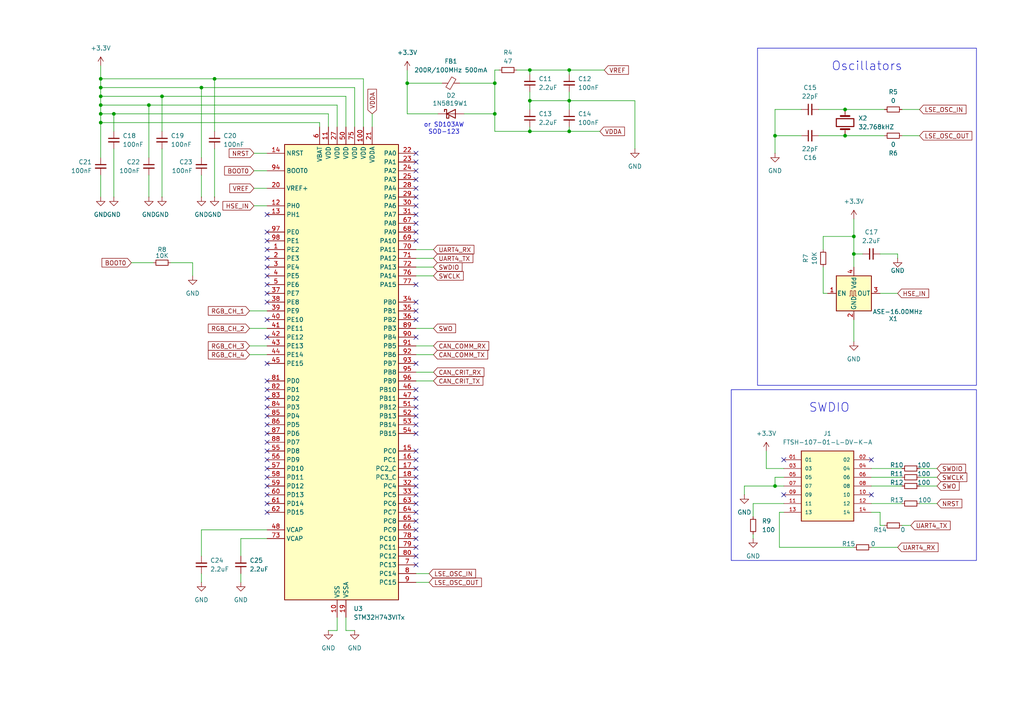
<source format=kicad_sch>
(kicad_sch (version 20231120) (generator "eeschema") (generator_version "8.0")
  (paper "A4")
  (lib_symbols
    (symbol "Device:C_Small" (pin_numbers hide) (pin_names (offset 0.254) hide)
      (property "Reference" "C" (at 0.254 1.778 0))
      (property "Value" "C_Small" (at 0.254 -2.032 0))
      (symbol "C_Small_0_1"
        (polyline (pts (xy -1.524 -0.508) (xy 1.524 -0.508)) (stroke (width 0.3302)))
        (polyline (pts (xy -1.524 0.508) (xy 1.524 0.508)) (stroke (width 0.3048)))
      )
      (symbol "C_Small_1_1"
        (pin passive line (at 0 2.54 270) (length 2.032) (name "~") (number "1"))
        (pin passive line (at 0 -2.54 90) (length 2.032) (name "~") (number "2"))
      )
    )
    (symbol "Device:Crystal" (pin_numbers hide) (pin_names (offset 1.016) hide)
      (property "Reference" "Y" (at 0 3.81 0))
      (property "Value" "Crystal" (at 0 -3.81 0))
      (symbol "Crystal_0_1"
        (rectangle (start -1.143 2.54) (end 1.143 -2.54) (stroke (width 0.3048)))
        (polyline (pts (xy -2.54 0) (xy -1.905 0)))
        (polyline (pts (xy -1.905 -1.27) (xy -1.905 1.27)) (stroke (width 0.508)))
        (polyline (pts (xy 1.905 -1.27) (xy 1.905 1.27)) (stroke (width 0.508)))
        (polyline (pts (xy 2.54 0) (xy 1.905 0)))
      )
      (symbol "Crystal_1_1"
        (pin passive line (at -3.81 0 0) (length 1.27) (name "1") (number "1"))
        (pin passive line (at 3.81 0 180) (length 1.27) (name "2") (number "2"))
      )
    )
    (symbol "Device:FerriteBead_Small" (pin_numbers hide) (pin_names (offset 0))
      (property "Reference" "FB" (at 1.905 1.27 0))
      (property "Value" "FerriteBead_Small" (at 1.905 -1.27 0))
      (symbol "FerriteBead_Small_0_1"
        (polyline (pts (xy 0 -1.27) (xy 0 -0.7874)))
        (polyline (pts (xy 0 0.889) (xy 0 1.2954)))
        (polyline (pts (xy -1.8288 0.2794) (xy -1.1176 1.4986) (xy 1.8288 -0.2032) (xy 1.1176 -1.4224) (xy -1.8288 0.2794)))
      )
      (symbol "FerriteBead_Small_1_1"
        (pin passive line (at 0 2.54 270) (length 1.27) (name "~") (number "1"))
        (pin passive line (at 0 -2.54 90) (length 1.27) (name "~") (number "2"))
      )
    )
    (symbol "Device:R_Small" (pin_numbers hide) (pin_names (offset 0.254) hide)
      (property "Reference" "R" (at 0.762 0.508 0))
      (property "Value" "R_Small" (at 0.762 -1.016 0))
      (symbol "R_Small_0_1"
        (rectangle (start -0.762 1.778) (end 0.762 -1.778) (stroke (width 0.2032)))
      )
      (symbol "R_Small_1_1"
        (pin passive line (at 0 2.54 270) (length 0.762) (name "~") (number "1"))
        (pin passive line (at 0 -2.54 90) (length 0.762) (name "~") (number "2"))
      )
    )
    (symbol "Diode:1N5819WS" (pin_numbers hide) (pin_names (offset 1.016) hide)
      (property "Reference" "D" (at 0 2.54 0))
      (property "Value" "1N5819WS" (at 0 -2.54 0))
      (symbol "1N5819WS_0_1"
        (polyline (pts (xy 1.27 0) (xy -1.27 0)))
        (polyline (pts (xy 1.27 1.27) (xy 1.27 -1.27) (xy -1.27 0) (xy 1.27 1.27)) (stroke (width 0.254)))
        (polyline (pts (xy -1.905 0.635) (xy -1.905 1.27) (xy -1.27 1.27) (xy -1.27 -1.27) (xy -0.635 -1.27) (xy -0.635 -0.635)) (stroke (width 0.254)))
      )
      (symbol "1N5819WS_1_1"
        (pin passive line (at -3.81 0 0) (length 2.54) (name "K") (number "1"))
        (pin passive line (at 3.81 0 180) (length 2.54) (name "A") (number "2"))
      )
    )
    (symbol "FTSH-107-01-L-DV-K-A_1" (pin_names (offset 1.016))
      (property "Reference" "J" (at -7.62 10.16 0))
      (property "Value" "FTSH-107-01-L-DV-K-A" (at -7.62 -12.7 0))
      (symbol "FTSH-107-01-L-DV-K-A_1_0_0"
        (rectangle (start -7.62 -10.16) (end 7.6 10.16) (stroke (width 0.254)) (fill (type background)))
        (pin passive line (at -12.7 7.62 0) (length 5.08) (name "01") (number "01"))
        (pin passive line (at 12.7 7.62 180) (length 5.08) (name "02") (number "02"))
        (pin passive line (at -12.7 5.08 0) (length 5.08) (name "03") (number "03"))
        (pin passive line (at 12.7 5.08 180) (length 5.08) (name "04") (number "04"))
        (pin passive line (at -12.7 2.54 0) (length 5.08) (name "05") (number "05"))
        (pin passive line (at 12.7 2.54 180) (length 5.08) (name "06") (number "06"))
        (pin passive line (at -12.7 0 0) (length 5.08) (name "07") (number "07"))
        (pin passive line (at 12.7 0 180) (length 5.08) (name "08") (number "08"))
        (pin passive line (at -12.7 -2.54 0) (length 5.08) (name "09") (number "09"))
        (pin passive line (at 12.7 -2.54 180) (length 5.08) (name "10") (number "10"))
        (pin passive line (at -12.7 -5.08 0) (length 5.08) (name "11") (number "11"))
        (pin passive line (at 12.7 -5.08 180) (length 5.08) (name "12") (number "12"))
        (pin passive line (at -12.7 -7.62 0) (length 5.08) (name "13") (number "13"))
        (pin passive line (at 12.7 -7.62 180) (length 5.08) (name "14") (number "14"))
      )
    )
    (symbol "MCU_ST_STM32H7:STM32H743VITx"
      (property "Reference" "U" (at -15.24 67.31 0))
      (property "Value" "STM32H743VITx" (at 12.7 67.31 0))
      (symbol "STM32H743VITx_0_1"
        (rectangle (start -15.24 -66.04) (end 17.78 66.04) (stroke (width 0.254)) (fill (type background)))
      )
      (symbol "STM32H743VITx_1_1"
        (pin bidirectional line (at -20.32 35.56 0) (length 5.08) (name "PE2") (number "1"))
        (pin power_in line (at 0 -71.12 90) (length 5.08) (name "VSS") (number "10"))
        (pin power_in line (at 7.62 71.12 270) (length 5.08) (name "VDD") (number "100"))
        (pin power_in line (at -2.54 71.12 270) (length 5.08) (name "VDD") (number "11"))
        (pin bidirectional line (at -20.32 48.26 0) (length 5.08) (name "PH0") (number "12"))
        (pin bidirectional line (at -20.32 45.72 0) (length 5.08) (name "PH1") (number "13"))
        (pin input line (at -20.32 63.5 0) (length 5.08) (name "NRST") (number "14"))
        (pin bidirectional line (at 22.86 -22.86 180) (length 5.08) (name "PC0") (number "15"))
        (pin bidirectional line (at 22.86 -25.4 180) (length 5.08) (name "PC1") (number "16"))
        (pin bidirectional line (at 22.86 -27.94 180) (length 5.08) (name "PC2_C") (number "17"))
        (pin bidirectional line (at 22.86 -30.48 180) (length 5.08) (name "PC3_C") (number "18"))
        (pin power_in line (at 2.54 -71.12 90) (length 5.08) (name "VSSA") (number "19"))
        (pin bidirectional line (at -20.32 33.02 0) (length 5.08) (name "PE3") (number "2"))
        (pin input line (at -20.32 53.34 0) (length 5.08) (name "VREF+") (number "20"))
        (pin power_in line (at 10.16 71.12 270) (length 5.08) (name "VDDA") (number "21"))
        (pin bidirectional line (at 22.86 63.5 180) (length 5.08) (name "PA0") (number "22"))
        (pin bidirectional line (at 22.86 60.96 180) (length 5.08) (name "PA1") (number "23"))
        (pin bidirectional line (at 22.86 58.42 180) (length 5.08) (name "PA2") (number "24"))
        (pin bidirectional line (at 22.86 55.88 180) (length 5.08) (name "PA3") (number "25"))
        (pin passive line (at 0 -71.12 90) (length 5.08) hide (name "VSS") (number "26"))
        (pin power_in line (at 0 71.12 270) (length 5.08) (name "VDD") (number "27"))
        (pin bidirectional line (at 22.86 53.34 180) (length 5.08) (name "PA4") (number "28"))
        (pin bidirectional line (at 22.86 50.8 180) (length 5.08) (name "PA5") (number "29"))
        (pin bidirectional line (at -20.32 30.48 0) (length 5.08) (name "PE4") (number "3"))
        (pin bidirectional line (at 22.86 48.26 180) (length 5.08) (name "PA6") (number "30"))
        (pin bidirectional line (at 22.86 45.72 180) (length 5.08) (name "PA7") (number "31"))
        (pin bidirectional line (at 22.86 -33.02 180) (length 5.08) (name "PC4") (number "32"))
        (pin bidirectional line (at 22.86 -35.56 180) (length 5.08) (name "PC5") (number "33"))
        (pin bidirectional line (at 22.86 20.32 180) (length 5.08) (name "PB0") (number "34"))
        (pin bidirectional line (at 22.86 17.78 180) (length 5.08) (name "PB1") (number "35"))
        (pin bidirectional line (at 22.86 15.24 180) (length 5.08) (name "PB2") (number "36"))
        (pin bidirectional line (at -20.32 22.86 0) (length 5.08) (name "PE7") (number "37"))
        (pin bidirectional line (at -20.32 20.32 0) (length 5.08) (name "PE8") (number "38"))
        (pin bidirectional line (at -20.32 17.78 0) (length 5.08) (name "PE9") (number "39"))
        (pin bidirectional line (at -20.32 27.94 0) (length 5.08) (name "PE5") (number "4"))
        (pin bidirectional line (at -20.32 15.24 0) (length 5.08) (name "PE10") (number "40"))
        (pin bidirectional line (at -20.32 12.7 0) (length 5.08) (name "PE11") (number "41"))
        (pin bidirectional line (at -20.32 10.16 0) (length 5.08) (name "PE12") (number "42"))
        (pin bidirectional line (at -20.32 7.62 0) (length 5.08) (name "PE13") (number "43"))
        (pin bidirectional line (at -20.32 5.08 0) (length 5.08) (name "PE14") (number "44"))
        (pin bidirectional line (at -20.32 2.54 0) (length 5.08) (name "PE15") (number "45"))
        (pin bidirectional line (at 22.86 -5.08 180) (length 5.08) (name "PB10") (number "46"))
        (pin bidirectional line (at 22.86 -7.62 180) (length 5.08) (name "PB11") (number "47"))
        (pin power_out line (at -20.32 -45.72 0) (length 5.08) (name "VCAP") (number "48"))
        (pin passive line (at 0 -71.12 90) (length 5.08) hide (name "VSS") (number "49"))
        (pin bidirectional line (at -20.32 25.4 0) (length 5.08) (name "PE6") (number "5"))
        (pin power_in line (at 2.54 71.12 270) (length 5.08) (name "VDD") (number "50"))
        (pin bidirectional line (at 22.86 -10.16 180) (length 5.08) (name "PB12") (number "51"))
        (pin bidirectional line (at 22.86 -12.7 180) (length 5.08) (name "PB13") (number "52"))
        (pin bidirectional line (at 22.86 -15.24 180) (length 5.08) (name "PB14") (number "53"))
        (pin bidirectional line (at 22.86 -17.78 180) (length 5.08) (name "PB15") (number "54"))
        (pin bidirectional line (at -20.32 -22.86 0) (length 5.08) (name "PD8") (number "55"))
        (pin bidirectional line (at -20.32 -25.4 0) (length 5.08) (name "PD9") (number "56"))
        (pin bidirectional line (at -20.32 -27.94 0) (length 5.08) (name "PD10") (number "57"))
        (pin bidirectional line (at -20.32 -30.48 0) (length 5.08) (name "PD11") (number "58"))
        (pin bidirectional line (at -20.32 -33.02 0) (length 5.08) (name "PD12") (number "59"))
        (pin power_in line (at -5.08 71.12 270) (length 5.08) (name "VBAT") (number "6"))
        (pin bidirectional line (at -20.32 -35.56 0) (length 5.08) (name "PD13") (number "60"))
        (pin bidirectional line (at -20.32 -38.1 0) (length 5.08) (name "PD14") (number "61"))
        (pin bidirectional line (at -20.32 -40.64 0) (length 5.08) (name "PD15") (number "62"))
        (pin bidirectional line (at 22.86 -38.1 180) (length 5.08) (name "PC6") (number "63"))
        (pin bidirectional line (at 22.86 -40.64 180) (length 5.08) (name "PC7") (number "64"))
        (pin bidirectional line (at 22.86 -43.18 180) (length 5.08) (name "PC8") (number "65"))
        (pin bidirectional line (at 22.86 -45.72 180) (length 5.08) (name "PC9") (number "66"))
        (pin bidirectional line (at 22.86 43.18 180) (length 5.08) (name "PA8") (number "67"))
        (pin bidirectional line (at 22.86 40.64 180) (length 5.08) (name "PA9") (number "68"))
        (pin bidirectional line (at 22.86 38.1 180) (length 5.08) (name "PA10") (number "69"))
        (pin bidirectional line (at 22.86 -55.88 180) (length 5.08) (name "PC13") (number "7"))
        (pin bidirectional line (at 22.86 35.56 180) (length 5.08) (name "PA11") (number "70"))
        (pin bidirectional line (at 22.86 33.02 180) (length 5.08) (name "PA12") (number "71"))
        (pin bidirectional line (at 22.86 30.48 180) (length 5.08) (name "PA13") (number "72"))
        (pin power_out line (at -20.32 -48.26 0) (length 5.08) (name "VCAP") (number "73"))
        (pin passive line (at 0 -71.12 90) (length 5.08) hide (name "VSS") (number "74"))
        (pin power_in line (at 5.08 71.12 270) (length 5.08) (name "VDD") (number "75"))
        (pin bidirectional line (at 22.86 27.94 180) (length 5.08) (name "PA14") (number "76"))
        (pin bidirectional line (at 22.86 25.4 180) (length 5.08) (name "PA15") (number "77"))
        (pin bidirectional line (at 22.86 -48.26 180) (length 5.08) (name "PC10") (number "78"))
        (pin bidirectional line (at 22.86 -50.8 180) (length 5.08) (name "PC11") (number "79"))
        (pin bidirectional line (at 22.86 -58.42 180) (length 5.08) (name "PC14") (number "8"))
        (pin bidirectional line (at 22.86 -53.34 180) (length 5.08) (name "PC12") (number "80"))
        (pin bidirectional line (at -20.32 -2.54 0) (length 5.08) (name "PD0") (number "81"))
        (pin bidirectional line (at -20.32 -5.08 0) (length 5.08) (name "PD1") (number "82"))
        (pin bidirectional line (at -20.32 -7.62 0) (length 5.08) (name "PD2") (number "83"))
        (pin bidirectional line (at -20.32 -10.16 0) (length 5.08) (name "PD3") (number "84"))
        (pin bidirectional line (at -20.32 -12.7 0) (length 5.08) (name "PD4") (number "85"))
        (pin bidirectional line (at -20.32 -15.24 0) (length 5.08) (name "PD5") (number "86"))
        (pin bidirectional line (at -20.32 -17.78 0) (length 5.08) (name "PD6") (number "87"))
        (pin bidirectional line (at -20.32 -20.32 0) (length 5.08) (name "PD7") (number "88"))
        (pin bidirectional line (at 22.86 12.7 180) (length 5.08) (name "PB3") (number "89"))
        (pin bidirectional line (at 22.86 -60.96 180) (length 5.08) (name "PC15") (number "9"))
        (pin bidirectional line (at 22.86 10.16 180) (length 5.08) (name "PB4") (number "90"))
        (pin bidirectional line (at 22.86 7.62 180) (length 5.08) (name "PB5") (number "91"))
        (pin bidirectional line (at 22.86 5.08 180) (length 5.08) (name "PB6") (number "92"))
        (pin bidirectional line (at 22.86 2.54 180) (length 5.08) (name "PB7") (number "93"))
        (pin input line (at -20.32 58.42 0) (length 5.08) (name "BOOT0") (number "94"))
        (pin bidirectional line (at 22.86 0 180) (length 5.08) (name "PB8") (number "95"))
        (pin bidirectional line (at 22.86 -2.54 180) (length 5.08) (name "PB9") (number "96"))
        (pin bidirectional line (at -20.32 40.64 0) (length 5.08) (name "PE0") (number "97"))
        (pin bidirectional line (at -20.32 38.1 0) (length 5.08) (name "PE1") (number "98"))
        (pin passive line (at 0 -71.12 90) (length 5.08) hide (name "VSS") (number "99"))
      )
    )
    (symbol "Oscillator:ASE-xxxMHz" (pin_names (offset 0.254))
      (property "Reference" "X" (at -5.08 6.35 0))
      (property "Value" "ASE-xxxMHz" (at 1.27 -6.35 0))
      (symbol "ASE-xxxMHz_0_1"
        (rectangle (start -5.08 5.08) (end 5.08 -5.08) (stroke (width 0.254)) (fill (type background)))
        (polyline (pts (xy -1.27 -0.762) (xy -1.016 -0.762) (xy -1.016 0.762) (xy -0.508 0.762) (xy -0.508 -0.762) (xy 0 -0.762) (xy 0 0.762) (xy 0.508 0.762) (xy 0.508 -0.762) (xy 0.762 -0.762)))
      )
      (symbol "ASE-xxxMHz_1_1"
        (pin input line (at -7.62 0 0) (length 2.54) (name "EN") (number "1"))
        (pin power_in line (at 0 -7.62 90) (length 2.54) (name "GND") (number "2"))
        (pin output line (at 7.62 0 180) (length 2.54) (name "OUT") (number "3"))
        (pin power_in line (at 0 7.62 270) (length 2.54) (name "Vdd") (number "4"))
      )
    )
    (symbol "power:+3.3V" (power) (pin_numbers hide) (pin_names (offset 0) hide)
      (property "Value" "+3.3V" (at 0 3.556 0))
      (symbol "+3.3V_0_1"
        (polyline (pts (xy -0.762 1.27) (xy 0 2.54)))
        (polyline (pts (xy 0 0) (xy 0 2.54)))
        (polyline (pts (xy 0 2.54) (xy 0.762 1.27)))
      )
      (symbol "+3.3V_1_1"
        (pin power_in line (at 0 0 90) (length 0) (name "~") (number "1"))
      )
    )
    (symbol "power:GND" (power) (pin_numbers hide) (pin_names (offset 0) hide)
      (property "Value" "GND" (at 0 -3.81 0))
      (symbol "GND_0_1"
        (polyline (pts (xy 0 0) (xy 0 -1.27) (xy 1.27 -1.27) (xy 0 -2.54) (xy -1.27 -1.27) (xy 0 -1.27)))
      )
      (symbol "GND_1_1"
        (pin power_in line (at 0 0 270) (length 0) (name "~") (number "1"))
      )
    )
  )
  (junction (at 224.79 140.97))
  (junction (at 153.67 29.21))
  (junction (at 247.65 68.58))
  (junction (at 143.51 33.02))
  (junction (at 29.21 25.4))
  (junction (at 43.18 30.48))
  (junction (at 29.21 27.94))
  (junction (at 224.79 39.37))
  (junction (at 143.51 24.13))
  (junction (at 62.23 22.86))
  (junction (at 29.21 22.86))
  (junction (at 247.65 73.66))
  (junction (at 165.1 29.21))
  (junction (at 165.1 20.32))
  (junction (at 29.21 35.56))
  (junction (at 29.21 33.02))
  (junction (at 165.1 38.1))
  (junction (at 33.02 33.02))
  (junction (at 153.67 38.1))
  (junction (at 58.42 25.4))
  (junction (at 245.11 31.75))
  (junction (at 118.11 24.13))
  (junction (at 29.21 30.48))
  (junction (at 245.11 39.37))
  (junction (at 153.67 20.32))
  (junction (at 46.99 27.94))
  (no_connect (at 77.47 146.05))
  (no_connect (at 77.47 130.81))
  (no_connect (at 77.47 110.49))
  (no_connect (at 77.47 138.43))
  (no_connect (at 77.47 69.85))
  (no_connect (at 120.65 148.59))
  (no_connect (at 120.65 97.79))
  (no_connect (at 77.47 82.55))
  (no_connect (at 77.47 118.11))
  (no_connect (at 120.65 44.45))
  (no_connect (at 120.65 57.15))
  (no_connect (at 77.47 115.57))
  (no_connect (at 77.47 135.89))
  (no_connect (at 77.47 97.79))
  (no_connect (at 120.65 113.03))
  (no_connect (at 120.65 123.19))
  (no_connect (at 120.65 90.17))
  (no_connect (at 120.65 82.55))
  (no_connect (at 252.73 133.35))
  (no_connect (at 120.65 140.97))
  (no_connect (at 120.65 135.89))
  (no_connect (at 120.65 92.71))
  (no_connect (at 120.65 153.67))
  (no_connect (at 77.47 133.35))
  (no_connect (at 120.65 120.65))
  (no_connect (at 120.65 151.13))
  (no_connect (at 120.65 130.81))
  (no_connect (at 77.47 125.73))
  (no_connect (at 120.65 49.53))
  (no_connect (at 120.65 52.07))
  (no_connect (at 77.47 143.51))
  (no_connect (at 120.65 133.35))
  (no_connect (at 120.65 161.29))
  (no_connect (at 77.47 105.41))
  (no_connect (at 252.73 143.51))
  (no_connect (at 120.65 118.11))
  (no_connect (at 120.65 67.31))
  (no_connect (at 120.65 115.57))
  (no_connect (at 120.65 46.99))
  (no_connect (at 120.65 64.77))
  (no_connect (at 77.47 67.31))
  (no_connect (at 77.47 128.27))
  (no_connect (at 227.33 133.35))
  (no_connect (at 227.33 143.51))
  (no_connect (at 120.65 138.43))
  (no_connect (at 77.47 140.97))
  (no_connect (at 120.65 146.05))
  (no_connect (at 77.47 87.63))
  (no_connect (at 120.65 156.21))
  (no_connect (at 120.65 69.85))
  (no_connect (at 77.47 74.93))
  (no_connect (at 77.47 148.59))
  (no_connect (at 120.65 125.73))
  (no_connect (at 77.47 77.47))
  (no_connect (at 120.65 87.63))
  (no_connect (at 77.47 92.71))
  (no_connect (at 77.47 62.23))
  (no_connect (at 120.65 158.75))
  (no_connect (at 120.65 163.83))
  (no_connect (at 120.65 105.41))
  (no_connect (at 77.47 80.01))
  (no_connect (at 77.47 120.65))
  (no_connect (at 77.47 113.03))
  (no_connect (at 120.65 54.61))
  (no_connect (at 120.65 59.69))
  (no_connect (at 120.65 143.51))
  (no_connect (at 120.65 62.23))
  (no_connect (at 77.47 85.09))
  (no_connect (at 77.47 123.19))
  (no_connect (at 77.47 72.39))
  (wire (pts (xy 252.73 158.75) (xy 260.35 158.75)))
  (wire (pts (xy 29.21 30.48) (xy 29.21 33.02)))
  (wire (pts (xy 118.11 24.13) (xy 118.11 33.02)))
  (wire (pts (xy 165.1 26.67) (xy 165.1 29.21)))
  (wire (pts (xy 120.65 102.87) (xy 125.73 102.87)))
  (wire (pts (xy 240.03 85.09) (xy 238.76 85.09)))
  (wire (pts (xy 100.33 27.94) (xy 46.99 27.94)))
  (wire (pts (xy 118.11 33.02) (xy 127 33.02)))
  (wire (pts (xy 29.21 33.02) (xy 33.02 33.02)))
  (wire (pts (xy 100.33 36.83) (xy 100.33 27.94)))
  (wire (pts (xy 33.02 33.02) (xy 33.02 38.1)))
  (wire (pts (xy 49.53 76.2) (xy 55.88 76.2)))
  (wire (pts (xy 120.65 100.33) (xy 125.73 100.33)))
  (wire (pts (xy 120.65 107.95) (xy 125.73 107.95)))
  (wire (pts (xy 97.79 36.83) (xy 97.79 30.48)))
  (wire (pts (xy 92.71 35.56) (xy 92.71 36.83)))
  (wire (pts (xy 72.39 100.33) (xy 77.47 100.33)))
  (wire (pts (xy 77.47 153.67) (xy 58.42 153.67)))
  (wire (pts (xy 143.51 20.32) (xy 143.51 24.13)))
  (wire (pts (xy 120.65 95.25) (xy 125.73 95.25)))
  (wire (pts (xy 224.79 31.75) (xy 224.79 39.37)))
  (wire (pts (xy 144.78 20.32) (xy 143.51 20.32)))
  (wire (pts (xy 224.79 39.37) (xy 224.79 44.45)))
  (wire (pts (xy 149.86 20.32) (xy 153.67 20.32)))
  (wire (pts (xy 73.66 54.61) (xy 77.47 54.61)))
  (wire (pts (xy 29.21 35.56) (xy 92.71 35.56)))
  (wire (pts (xy 247.65 68.58) (xy 247.65 63.5)))
  (wire (pts (xy 97.79 182.88) (xy 95.25 182.88)))
  (wire (pts (xy 215.9 140.97) (xy 224.79 140.97)))
  (wire (pts (xy 33.02 43.18) (xy 33.02 57.15)))
  (wire (pts (xy 266.7 146.05) (xy 271.78 146.05)))
  (wire (pts (xy 120.65 168.91) (xy 124.46 168.91)))
  (wire (pts (xy 271.78 140.97) (xy 266.7 140.97)))
  (wire (pts (xy 100.33 179.07) (xy 100.33 182.88)))
  (wire (pts (xy 252.73 138.43) (xy 261.62 138.43)))
  (wire (pts (xy 252.73 148.59) (xy 255.27 148.59)))
  (wire (pts (xy 165.1 20.32) (xy 175.26 20.32)))
  (wire (pts (xy 97.79 179.07) (xy 97.79 182.88)))
  (wire (pts (xy 245.11 39.37) (xy 256.54 39.37)))
  (wire (pts (xy 184.15 43.18) (xy 184.15 29.21)))
  (wire (pts (xy 95.25 36.83) (xy 95.25 33.02)))
  (wire (pts (xy 165.1 38.1) (xy 165.1 36.83)))
  (wire (pts (xy 218.44 156.21) (xy 218.44 154.94)))
  (wire (pts (xy 184.15 29.21) (xy 165.1 29.21)))
  (wire (pts (xy 255.27 148.59) (xy 255.27 152.4)))
  (wire (pts (xy 100.33 182.88) (xy 102.87 182.88)))
  (wire (pts (xy 38.1 76.2) (xy 44.45 76.2)))
  (wire (pts (xy 165.1 29.21) (xy 165.1 31.75)))
  (wire (pts (xy 97.79 30.48) (xy 43.18 30.48)))
  (wire (pts (xy 58.42 25.4) (xy 29.21 25.4)))
  (wire (pts (xy 143.51 33.02) (xy 143.51 24.13)))
  (wire (pts (xy 46.99 27.94) (xy 29.21 27.94)))
  (wire (pts (xy 72.39 95.25) (xy 77.47 95.25)))
  (wire (pts (xy 238.76 68.58) (xy 247.65 68.58)))
  (wire (pts (xy 227.33 140.97) (xy 224.79 140.97)))
  (wire (pts (xy 29.21 27.94) (xy 29.21 30.48)))
  (wire (pts (xy 252.73 140.97) (xy 261.62 140.97)))
  (wire (pts (xy 227.33 148.59) (xy 226.06 148.59)))
  (wire (pts (xy 271.78 135.89) (xy 266.7 135.89)))
  (wire (pts (xy 62.23 22.86) (xy 29.21 22.86)))
  (wire (pts (xy 153.67 38.1) (xy 153.67 36.83)))
  (wire (pts (xy 46.99 43.18) (xy 46.99 57.15)))
  (wire (pts (xy 238.76 85.09) (xy 238.76 77.47)))
  (wire (pts (xy 153.67 20.32) (xy 165.1 20.32)))
  (wire (pts (xy 238.76 72.39) (xy 238.76 68.58)))
  (wire (pts (xy 153.67 26.67) (xy 153.67 29.21)))
  (wire (pts (xy 62.23 22.86) (xy 62.23 38.1)))
  (wire (pts (xy 107.95 33.02) (xy 107.95 36.83)))
  (wire (pts (xy 218.44 146.05) (xy 227.33 146.05)))
  (wire (pts (xy 95.25 33.02) (xy 33.02 33.02)))
  (wire (pts (xy 55.88 76.2) (xy 55.88 80.01)))
  (wire (pts (xy 143.51 38.1) (xy 153.67 38.1)))
  (wire (pts (xy 218.44 146.05) (xy 218.44 149.86)))
  (wire (pts (xy 73.66 44.45) (xy 77.47 44.45)))
  (wire (pts (xy 102.87 25.4) (xy 58.42 25.4)))
  (wire (pts (xy 264.16 152.4) (xy 261.62 152.4)))
  (wire (pts (xy 29.21 22.86) (xy 29.21 25.4)))
  (wire (pts (xy 224.79 39.37) (xy 232.41 39.37)))
  (wire (pts (xy 237.49 39.37) (xy 245.11 39.37)))
  (wire (pts (xy 120.65 80.01) (xy 125.73 80.01)))
  (wire (pts (xy 134.62 33.02) (xy 143.51 33.02)))
  (wire (pts (xy 58.42 25.4) (xy 58.42 45.72)))
  (wire (pts (xy 118.11 20.32) (xy 118.11 24.13)))
  (wire (pts (xy 256.54 152.4) (xy 255.27 152.4)))
  (wire (pts (xy 73.66 49.53) (xy 77.47 49.53)))
  (wire (pts (xy 43.18 30.48) (xy 29.21 30.48)))
  (wire (pts (xy 215.9 140.97) (xy 215.9 143.51)))
  (wire (pts (xy 120.65 74.93) (xy 125.73 74.93)))
  (wire (pts (xy 153.67 38.1) (xy 165.1 38.1)))
  (wire (pts (xy 261.62 39.37) (xy 266.7 39.37)))
  (wire (pts (xy 247.65 68.58) (xy 247.65 73.66)))
  (wire (pts (xy 232.41 31.75) (xy 224.79 31.75)))
  (wire (pts (xy 105.41 36.83) (xy 105.41 22.86)))
  (wire (pts (xy 43.18 30.48) (xy 43.18 45.72)))
  (wire (pts (xy 120.65 77.47) (xy 125.73 77.47)))
  (wire (pts (xy 245.11 31.75) (xy 256.54 31.75)))
  (wire (pts (xy 62.23 43.18) (xy 62.23 57.15)))
  (wire (pts (xy 43.18 50.8) (xy 43.18 57.15)))
  (wire (pts (xy 247.65 77.47) (xy 247.65 73.66)))
  (wire (pts (xy 252.73 135.89) (xy 261.62 135.89)))
  (wire (pts (xy 247.65 92.71) (xy 247.65 99.06)))
  (wire (pts (xy 143.51 33.02) (xy 143.51 38.1)))
  (wire (pts (xy 224.79 138.43) (xy 227.33 138.43)))
  (wire (pts (xy 29.21 35.56) (xy 29.21 45.72)))
  (wire (pts (xy 72.39 90.17) (xy 77.47 90.17)))
  (wire (pts (xy 153.67 29.21) (xy 153.67 31.75)))
  (wire (pts (xy 120.65 166.37) (xy 124.46 166.37)))
  (wire (pts (xy 29.21 25.4) (xy 29.21 27.94)))
  (wire (pts (xy 255.27 73.66) (xy 260.35 73.66)))
  (wire (pts (xy 102.87 36.83) (xy 102.87 25.4)))
  (wire (pts (xy 120.65 72.39) (xy 125.73 72.39)))
  (wire (pts (xy 165.1 20.32) (xy 165.1 21.59)))
  (wire (pts (xy 69.85 161.29) (xy 69.85 156.21)))
  (wire (pts (xy 224.79 140.97) (xy 224.79 138.43)))
  (wire (pts (xy 128.27 24.13) (xy 118.11 24.13)))
  (wire (pts (xy 271.78 138.43) (xy 266.7 138.43)))
  (wire (pts (xy 260.35 73.66) (xy 260.35 74.93)))
  (wire (pts (xy 72.39 102.87) (xy 77.47 102.87)))
  (wire (pts (xy 153.67 29.21) (xy 165.1 29.21)))
  (wire (pts (xy 252.73 146.05) (xy 261.62 146.05)))
  (wire (pts (xy 165.1 38.1) (xy 173.99 38.1)))
  (wire (pts (xy 143.51 24.13) (xy 133.35 24.13)))
  (wire (pts (xy 237.49 31.75) (xy 245.11 31.75)))
  (wire (pts (xy 222.25 135.89) (xy 227.33 135.89)))
  (wire (pts (xy 255.27 85.09) (xy 260.35 85.09)))
  (wire (pts (xy 69.85 166.37) (xy 69.85 168.91)))
  (wire (pts (xy 58.42 168.91) (xy 58.42 166.37)))
  (wire (pts (xy 29.21 50.8) (xy 29.21 57.15)))
  (wire (pts (xy 222.25 130.81) (xy 222.25 135.89)))
  (wire (pts (xy 29.21 33.02) (xy 29.21 35.56)))
  (wire (pts (xy 58.42 50.8) (xy 58.42 57.15)))
  (wire (pts (xy 46.99 27.94) (xy 46.99 38.1)))
  (wire (pts (xy 73.66 59.69) (xy 77.47 59.69)))
  (wire (pts (xy 226.06 148.59) (xy 226.06 158.75)))
  (wire (pts (xy 58.42 153.67) (xy 58.42 161.29)))
  (wire (pts (xy 29.21 19.05) (xy 29.21 22.86)))
  (wire (pts (xy 226.06 158.75) (xy 247.65 158.75)))
  (wire (pts (xy 105.41 22.86) (xy 62.23 22.86)))
  (wire (pts (xy 120.65 110.49) (xy 125.73 110.49)))
  (wire (pts (xy 69.85 156.21) (xy 77.47 156.21)))
  (wire (pts (xy 261.62 31.75) (xy 266.7 31.75)))
  (wire (pts (xy 153.67 20.32) (xy 153.67 21.59)))
  (wire (pts (xy 247.65 73.66) (xy 250.19 73.66)))
  (rectangle (start 212.09 113.03) (end 283.21 162.56))
  (rectangle (start 219.71 13.97) (end 283.21 111.76))
  (text "SWDIO" (at 240.538 118.364 0) (effects (font (size 2.54 2.54))))
  (text "or SD103AW\nSOD-123" (at 128.778 37.338 0) (effects (font (size 1.27 1.27))))
  (text "Oscillators\n" (at 251.46 19.304 0) (effects (font (size 2.54 2.54))))
  (global_label "CAN_CRIT_TX" (shape input) (at 125.73 110.49 0) (property "Intersheetrefs" "${INTERSHEET_REFS}" (effects (hide yes))))
  (global_label "RGB_CH_4" (shape input) (at 72.39 102.87 180) (property "Intersheetrefs" "${INTERSHEET_REFS}" (effects (hide yes))))
  (global_label "SWDIO" (shape input) (at 271.78 135.89 0) (property "Intersheetrefs" "${INTERSHEET_REFS}" (effects (hide yes))))
  (global_label "RGB_CH_2" (shape input) (at 72.39 95.25 180) (property "Intersheetrefs" "${INTERSHEET_REFS}" (effects (hide yes))))
  (global_label "SWO" (shape input) (at 125.73 95.25 0) (property "Intersheetrefs" "${INTERSHEET_REFS}" (effects (hide yes))))
  (global_label "CAN_COMM_RX" (shape input) (at 125.73 100.33 0) (property "Intersheetrefs" "${INTERSHEET_REFS}" (effects (hide yes))))
  (global_label "SWO" (shape input) (at 271.78 140.97 0) (property "Intersheetrefs" "${INTERSHEET_REFS}" (effects (hide yes))))
  (global_label "RGB_CH_3" (shape input) (at 72.39 100.33 180) (property "Intersheetrefs" "${INTERSHEET_REFS}" (effects (hide yes))))
  (global_label "VREF" (shape input) (at 73.66 54.61 180) (property "Intersheetrefs" "${INTERSHEET_REFS}" (effects (hide yes))))
  (global_label "UART4_RX" (shape input) (at 260.35 158.75 0) (property "Intersheetrefs" "${INTERSHEET_REFS}" (effects (hide yes))))
  (global_label "HSE_IN" (shape input) (at 260.35 85.09 0) (property "Intersheetrefs" "${INTERSHEET_REFS}" (effects (hide yes))))
  (global_label "RGB_CH_1" (shape input) (at 72.39 90.17 180) (property "Intersheetrefs" "${INTERSHEET_REFS}" (effects (hide yes))))
  (global_label "VREF" (shape input) (at 175.26 20.32 0) (property "Intersheetrefs" "${INTERSHEET_REFS}" (effects (hide yes))))
  (global_label "NRST" (shape input) (at 271.78 146.05 0) (property "Intersheetrefs" "${INTERSHEET_REFS}" (effects (hide yes))))
  (global_label "VDDA" (shape input) (at 107.95 33.02 90) (property "Intersheetrefs" "${INTERSHEET_REFS}" (effects (hide yes))))
  (global_label "SWDIO" (shape input) (at 125.73 77.47 0) (property "Intersheetrefs" "${INTERSHEET_REFS}" (effects (hide yes))))
  (global_label "BOOT0" (shape input) (at 73.66 49.53 180) (property "Intersheetrefs" "${INTERSHEET_REFS}" (effects (hide yes))))
  (global_label "SWCLK" (shape input) (at 271.78 138.43 0) (property "Intersheetrefs" "${INTERSHEET_REFS}" (effects (hide yes))))
  (global_label "BOOT0" (shape input) (at 38.1 76.2 180) (property "Intersheetrefs" "${INTERSHEET_REFS}" (effects (hide yes))))
  (global_label "UART4_TX" (shape input) (at 264.16 152.4 0) (property "Intersheetrefs" "${INTERSHEET_REFS}" (effects (hide yes))))
  (global_label "LSE_OSC_IN" (shape input) (at 124.46 166.37 0) (property "Intersheetrefs" "${INTERSHEET_REFS}" (effects (hide yes))))
  (global_label "LSE_OSC_IN" (shape input) (at 266.7 31.75 0) (property "Intersheetrefs" "${INTERSHEET_REFS}" (effects (hide yes))))
  (global_label "HSE_IN" (shape input) (at 73.66 59.69 180) (property "Intersheetrefs" "${INTERSHEET_REFS}" (effects (hide yes))))
  (global_label "VDDA" (shape input) (at 173.99 38.1 0) (property "Intersheetrefs" "${INTERSHEET_REFS}" (effects (hide yes))))
  (global_label "CAN_CRIT_RX" (shape input) (at 125.73 107.95 0) (property "Intersheetrefs" "${INTERSHEET_REFS}" (effects (hide yes))))
  (global_label "NRST" (shape input) (at 73.66 44.45 180) (property "Intersheetrefs" "${INTERSHEET_REFS}" (effects (hide yes))))
  (global_label "UART4_TX" (shape input) (at 125.73 74.93 0) (property "Intersheetrefs" "${INTERSHEET_REFS}" (effects (hide yes))))
  (global_label "CAN_COMM_TX" (shape input) (at 125.73 102.87 0) (property "Intersheetrefs" "${INTERSHEET_REFS}" (effects (hide yes))))
  (global_label "LSE_OSC_OUT" (shape input) (at 266.7 39.37 0) (property "Intersheetrefs" "${INTERSHEET_REFS}" (effects (hide yes))))
  (global_label "SWCLK" (shape input) (at 125.73 80.01 0) (property "Intersheetrefs" "${INTERSHEET_REFS}" (effects (hide yes))))
  (global_label "LSE_OSC_OUT" (shape input) (at 124.46 168.91 0) (property "Intersheetrefs" "${INTERSHEET_REFS}" (effects (hide yes))))
  (global_label "UART4_RX" (shape input) (at 125.73 72.39 0) (property "Intersheetrefs" "${INTERSHEET_REFS}" (effects (hide yes))))
  (symbol (lib_id "power:GND") (at 218.44 156.21 0) (unit 1)
    (property "Reference" "#PWR061" (effects (hide yes)))
    (property "Value" "GND" (at 218.44 161.29 0))
    (property "Description" "Power symbol creates a global label with name \"GND\" , ground" (effects (hide yes)))
  )
  (symbol (lib_name "FTSH-107-01-L-DV-K-A_1") (lib_id "FTSH-107-01-L-DV-K-A:FTSH-107-01-L-DV-K-A") (at 240.03 140.97 0) (unit 1)
    (property "Reference" "J1" (at 240.02 125.73 0))
    (property "Value" "FTSH-107-01-L-DV-K-A" (at 240.02 128.27 0))
    (property "Footprint" "FTSH:SAMTEC_FTSH-107-01-L-DV-K-A" (effects (hide yes)))
    (property "PARTREV" "H" (effects (hide yes)))
    (property "STANDARD" "Manufacturer Recommendation" (effects (hide yes)))
    (property "MAXIMUM_PACKAGE_HEIGHT" "6.23mm" (effects (hide yes)))
    (property "LCSC" "  C5563894" (effects (hide yes)))
    (property "Manufacturer" " FTSH-107-01-L-DV-K-A " (effects (hide yes)))
  )
  (symbol (lib_id "Diode:1N5819WS") (at 130.81 33.02 0) (unit 1)
    (property "Reference" "D2" (at 130.81 27.686 0))
    (property "Value" "1N5819W1" (at 130.556 29.972 0))
    (property "Footprint" "Diode_SMD:D_SOD-123" (effects (hide yes)))
    (property "Datasheet" "https://datasheet.lcsc.com/lcsc/2204281430_Guangdong-Hottech-1N5819WS_C191023.pdf" (effects (hide yes)))
    (property "Description" "40V 600mV@1A 1A SOD-323 Schottky Barrier Diodes, SOD-323" (effects (hide yes)))
    (property "LCSC" "C963381" (effects (hide yes)))
    (property "MPN" "1N5819W" (effects (hide yes)))
    (property "Manufacturer" "1N5819W" (effects (hide yes)))
  )
  (symbol (lib_id "power:+3.3V") (at 118.11 20.32 0) (mirror y) (unit 1)
    (property "Reference" "#PWR027" (effects (hide yes)))
    (property "Value" "+3.3V" (at 118.11 15.24 0))
    (property "Description" "Power symbol creates a global label with name \"+3.3V\"" (effects (hide yes)))
  )
  (symbol (lib_id "power:GND") (at 58.42 168.91 0) (unit 1)
    (property "Reference" "#PWR016" (effects (hide yes)))
    (property "Value" "GND" (at 58.42 173.99 0))
    (property "Description" "Power symbol creates a global label with name \"GND\" , ground" (effects (hide yes)))
  )
  (symbol (lib_id "power:GND") (at 102.87 182.88 0) (unit 1)
    (property "Reference" "#PWR018" (effects (hide yes)))
    (property "Value" "GND" (at 102.87 187.96 0))
    (property "Description" "Power symbol creates a global label with name \"GND\" , ground" (effects (hide yes)))
  )
  (symbol (lib_id "Device:C_Small") (at 58.42 163.83 180) (unit 1)
    (property "Reference" "C24" (at 60.96 162.5535 0) (effects (justify right)))
    (property "Value" "2.2uF" (at 60.96 165.0935 0) (effects (justify right)))
    (property "Footprint" "Capacitor_SMD:C_0603_1608Metric" (effects (hide yes)))
    (property "Description" "Unpolarized capacitor, small symbol" (effects (hide yes)))
    (property "LCSC" "C914769" (effects (hide yes)))
    (property "Manufacturer" "CC0603KRX7R7BB225" (effects (hide yes)))
  )
  (symbol (lib_id "Device:C_Small") (at 46.99 40.64 0) (unit 1)
    (property "Reference" "C19" (at 49.53 39.3762 0) (effects (justify left)))
    (property "Value" "100nF" (at 49.53 41.9162 0) (effects (justify left)))
    (property "Footprint" "Capacitor_SMD:C_0603_1608Metric" (effects (hide yes)))
    (property "Description" "Unpolarized capacitor, small symbol" (effects (hide yes)))
    (property "LCSC" "C91183" (effects (hide yes)))
    (property "Manufacturer" "CC0603JRX7R9BB104" (effects (hide yes)))
  )
  (symbol (lib_id "power:GND") (at 260.35 74.93 0) (unit 1)
    (property "Reference" "#PWR032" (effects (hide yes)))
    (property "Value" "GND" (at 260.35 78.486 0))
    (property "Description" "Power symbol creates a global label with name \"GND\" , ground" (effects (hide yes)))
  )
  (symbol (lib_id "power:+3.3V") (at 29.21 19.05 0) (unit 1)
    (property "Reference" "#PWR019" (effects (hide yes)))
    (property "Value" "+3.3V" (at 29.21 13.97 0))
    (property "Description" "Power symbol creates a global label with name \"+3.3V\"" (effects (hide yes)))
  )
  (symbol (lib_id "Oscillator:ASE-xxxMHz") (at 247.65 85.09 0) (unit 1)
    (property "Reference" "X1" (at 259.08 92.456 0))
    (property "Value" "ASE-16.00MHz" (at 260.35 90.424 0))
    (property "Footprint" "Oscillator:Oscillator_SMD_Abracon_ASE-4Pin_3.2x2.5mm" (effects (hide yes)))
    (property "Datasheet" "http://www.abracon.com/Oscillators/ASV.pdf" (effects (hide yes)))
    (property "Description" "3.3V CMOS SMD Crystal Clock Oscillator, Abracon" (effects (hide yes)))
    (property "LCSC" "C1852578" (effects (hide yes)))
    (property "Manufacturer" "ASEAIG-16.000MHZ-X-K-S-T" (effects (hide yes)))
  )
  (symbol (lib_id "Device:R_Small") (at 259.08 39.37 90) (mirror x) (unit 1)
    (property "Reference" "R6" (at 259.08 44.45 90))
    (property "Value" "0" (at 259.08 41.91 90))
    (property "Footprint" "Resistor_SMD:R_0603_1608Metric" (effects (hide yes)))
    (property "Description" "Resistor, small symbol" (effects (hide yes)))
    (property "LCSC" "C95177" (effects (hide yes)))
    (property "Manufacturer" "RC0603JR-070RL" (effects (hide yes)))
    (property "Comment" "to be selected later" (effects (hide yes)))
  )
  (symbol (lib_id "power:GND") (at 62.23 57.15 0) (unit 1)
    (property "Reference" "#PWR026" (effects (hide yes)))
    (property "Value" "GND" (at 62.23 62.23 0))
    (property "Description" "Power symbol creates a global label with name \"GND\" , ground" (effects (hide yes)))
  )
  (symbol (lib_id "power:GND") (at 55.88 80.01 0) (unit 1)
    (property "Reference" "#PWR065" (effects (hide yes)))
    (property "Value" "GND" (at 55.88 85.09 0))
    (property "Description" "Power symbol creates a global label with name \"GND\" , ground" (effects (hide yes)))
  )
  (symbol (lib_id "Device:R_Small") (at 264.16 140.97 90) (mirror x) (unit 1)
    (property "Reference" "R12" (at 260.096 139.954 90))
    (property "Value" "100" (at 267.97 139.954 90))
    (property "Footprint" "Resistor_SMD:R_0603_1608Metric" (effects (hide yes)))
    (property "Description" "Resistor, small symbol" (effects (hide yes)))
    (property "Manufacturer" "RT0603BRD07100RL" (effects (hide yes)))
    (property "LCSC" "C122970" (effects (hide yes)))
  )
  (symbol (lib_id "Device:C_Small") (at 33.02 40.64 0) (unit 1)
    (property "Reference" "C18" (at 35.56 39.3762 0) (effects (justify left)))
    (property "Value" "100nF" (at 35.56 41.9162 0) (effects (justify left)))
    (property "Footprint" "Capacitor_SMD:C_0603_1608Metric" (effects (hide yes)))
    (property "Description" "Unpolarized capacitor, small symbol" (effects (hide yes)))
    (property "LCSC" "C91183" (effects (hide yes)))
    (property "Manufacturer" "CC0603JRX7R9BB104" (effects (hide yes)))
  )
  (symbol (lib_id "Device:C_Small") (at 234.95 39.37 90) (mirror x) (unit 1)
    (property "Reference" "C16" (at 234.9563 45.72 90))
    (property "Value" "22pF" (at 234.9563 43.18 90))
    (property "Footprint" "Capacitor_SMD:C_0603_1608Metric" (effects (hide yes)))
    (property "Description" "Unpolarized capacitor, small symbol" (effects (hide yes)))
    (property "LCSC" "C326840" (effects (hide yes)))
    (property "Manufacturer" "CC0603FRNPO9BN220" (effects (hide yes)))
  )
  (symbol (lib_id "Device:C_Small") (at 153.67 24.13 180) (unit 1)
    (property "Reference" "C11" (at 156.21 22.8535 0) (effects (justify right)))
    (property "Value" "2.2uF" (at 156.21 25.3935 0) (effects (justify right)))
    (property "Footprint" "Capacitor_SMD:C_0603_1608Metric" (effects (hide yes)))
    (property "Description" "Unpolarized capacitor, small symbol" (effects (hide yes)))
    (property "LCSC" "C914769" (effects (hide yes)))
    (property "Manufacturer" "CC0603KRX7R7BB225" (effects (hide yes)))
  )
  (symbol (lib_id "Device:C_Small") (at 153.67 34.29 180) (unit 1)
    (property "Reference" "C13" (at 156.21 33.0135 0) (effects (justify right)))
    (property "Value" "2.2uF" (at 156.21 35.5535 0) (effects (justify right)))
    (property "Footprint" "Capacitor_SMD:C_0603_1608Metric" (effects (hide yes)))
    (property "Description" "Unpolarized capacitor, small symbol" (effects (hide yes)))
    (property "LCSC" "C914769" (effects (hide yes)))
    (property "Manufacturer" "CC0603KRX7R7BB225" (effects (hide yes)))
  )
  (symbol (lib_id "power:GND") (at 184.15 43.18 0) (unit 1)
    (property "Reference" "#PWR028" (effects (hide yes)))
    (property "Value" "GND" (at 184.15 48.26 0))
    (property "Description" "Power symbol creates a global label with name \"GND\" , ground" (effects (hide yes)))
  )
  (symbol (lib_id "power:GND") (at 46.99 57.15 0) (unit 1)
    (property "Reference" "#PWR024" (effects (hide yes)))
    (property "Value" "GND" (at 46.99 62.23 0))
    (property "Description" "Power symbol creates a global label with name \"GND\" , ground" (effects (hide yes)))
  )
  (symbol (lib_id "Device:FerriteBead_Small") (at 130.81 24.13 90) (unit 1)
    (property "Reference" "FB1" (at 130.7719 17.78 90))
    (property "Value" "200R/100MHz 500mA" (at 130.7719 20.32 90))
    (property "Footprint" "Inductor_SMD:L_0805_2012Metric" (effects (hide yes)))
    (property "Description" "Ferrite bead, small symbol" (effects (hide yes)))
    (property "LCSC" "C7541655" (effects (hide yes)))
    (property "Model" "YI201209U201-4R0T" (effects (hide yes)))
    (property "MPN" "YI201209U201-4R0T" (effects (hide yes)))
    (property "Manufacturer" "YI201209U201-4R0T" (effects (hide yes)))
  )
  (symbol (lib_id "Device:Crystal") (at 245.11 35.56 90) (unit 1)
    (property "Reference" "X2" (at 248.92 34.2899 90) (effects (justify right)))
    (property "Value" "32.768kHZ" (at 248.92 36.8299 90) (effects (justify right)))
    (property "Footprint" "Crystal:Crystal_SMD_3215-2Pin_3.2x1.5mm" (effects (hide yes)))
    (property "Description" "Two pin crystal" (effects (hide yes)))
    (property "LCSC" "C1985604" (effects (hide yes)))
    (property "Manufacturer" "ABS07AIG-32.768KHZ-T" (effects (hide yes)))
    (property "Comment" "Максимално къси пътечки" (effects (hide yes)))
  )
  (symbol (lib_id "Device:R_Small") (at 147.32 20.32 90) (unit 1)
    (property "Reference" "R4" (at 147.32 15.24 90))
    (property "Value" "47" (at 147.32 17.78 90))
    (property "Footprint" "Resistor_SMD:R_0603_1608Metric" (effects (hide yes)))
    (property "Description" "Resistor, small symbol" (effects (hide yes)))
    (property "LCSC" "C326724" (effects (hide yes)))
    (property "Manufacturer" "RT0603BRD0747RL" (effects (hide yes)))
  )
  (symbol (lib_id "Device:C_Small") (at 165.1 24.13 0) (unit 1)
    (property "Reference" "C12" (at 167.64 22.8662 0) (effects (justify left)))
    (property "Value" "100nF" (at 167.64 25.4062 0) (effects (justify left)))
    (property "Footprint" "Capacitor_SMD:C_0603_1608Metric" (effects (hide yes)))
    (property "Description" "Unpolarized capacitor, small symbol" (effects (hide yes)))
    (property "LCSC" "C91183" (effects (hide yes)))
    (property "Manufacturer" "CC0603JRX7R9BB104" (effects (hide yes)))
  )
  (symbol (lib_id "power:GND") (at 29.21 57.15 0) (unit 1)
    (property "Reference" "#PWR021" (effects (hide yes)))
    (property "Value" "GND" (at 29.21 62.23 0))
    (property "Description" "Power symbol creates a global label with name \"GND\" , ground" (effects (hide yes)))
  )
  (symbol (lib_id "power:GND") (at 224.79 44.45 0) (unit 1)
    (property "Reference" "#PWR029" (effects (hide yes)))
    (property "Value" "GND" (at 224.79 49.53 0))
    (property "Description" "Power symbol creates a global label with name \"GND\" , ground" (effects (hide yes)))
  )
  (symbol (lib_id "Device:R_Small") (at 218.44 152.4 0) (unit 1)
    (property "Reference" "R9" (at 220.98 151.1299 0) (effects (justify left)))
    (property "Value" "100" (at 220.98 153.6699 0) (effects (justify left)))
    (property "Footprint" "Resistor_SMD:R_0603_1608Metric" (effects (hide yes)))
    (property "Description" "Resistor, small symbol" (effects (hide yes)))
    (property "Manufacturer" "RT0603BRD07100RL" (effects (hide yes)))
    (property "LCSC" "C122970" (effects (hide yes)))
  )
  (symbol (lib_id "Device:R_Small") (at 259.08 31.75 90) (unit 1)
    (property "Reference" "R5" (at 259.08 26.67 90))
    (property "Value" "0" (at 259.08 29.21 90))
    (property "Footprint" "Resistor_SMD:R_0603_1608Metric" (effects (hide yes)))
    (property "Description" "Resistor, small symbol" (effects (hide yes)))
    (property "LCSC" "C95177" (effects (hide yes)))
    (property "Manufacturer" "RC0603JR-070RL" (effects (hide yes)))
    (property "Comment" "to be selected later" (effects (hide yes)))
  )
  (symbol (lib_id "power:GND") (at 69.85 168.91 0) (unit 1)
    (property "Reference" "#PWR020" (effects (hide yes)))
    (property "Value" "GND" (at 69.85 173.99 0))
    (property "Description" "Power symbol creates a global label with name \"GND\" , ground" (effects (hide yes)))
  )
  (symbol (lib_id "Device:C_Small") (at 69.85 163.83 180) (unit 1)
    (property "Reference" "C25" (at 72.39 162.5535 0) (effects (justify right)))
    (property "Value" "2.2uF" (at 72.39 165.0935 0) (effects (justify right)))
    (property "Footprint" "Capacitor_SMD:C_0603_1608Metric" (effects (hide yes)))
    (property "Description" "Unpolarized capacitor, small symbol" (effects (hide yes)))
    (property "LCSC" "C914769" (effects (hide yes)))
    (property "Manufacturer" "CC0603KRX7R7BB225" (effects (hide yes)))
  )
  (symbol (lib_id "Device:R_Small") (at 238.76 74.93 180) (unit 1)
    (property "Reference" "R7" (at 233.68 74.93 90))
    (property "Value" "10K" (at 236.22 74.93 90))
    (property "Footprint" "Resistor_SMD:R_0805_2012Metric" (effects (hide yes)))
    (property "Description" "Resistor, small symbol" (effects (hide yes)))
    (property "LCSC" "C84376" (effects (hide yes)))
    (property "Manufacturer" "RC0805FR-0710KL" (effects (hide yes)))
  )
  (symbol (lib_id "power:+3.3V") (at 222.25 130.81 0) (mirror y) (unit 1)
    (property "Reference" "#PWR062" (effects (hide yes)))
    (property "Value" "+3.3V" (at 222.25 125.73 0))
    (property "Description" "Power symbol creates a global label with name \"+3.3V\"" (effects (hide yes)))
  )
  (symbol (lib_id "Device:C_Small") (at 252.73 73.66 270) (unit 1)
    (property "Reference" "C17" (at 252.7236 67.31 90))
    (property "Value" "2.2uF" (at 252.7236 69.85 90))
    (property "Footprint" "Capacitor_SMD:C_0603_1608Metric" (effects (hide yes)))
    (property "Description" "Unpolarized capacitor, small symbol" (effects (hide yes)))
    (property "LCSC" "C914769" (effects (hide yes)))
    (property "Manufacturer" "CC0603KRX7R7BB225" (effects (hide yes)))
  )
  (symbol (lib_id "Device:C_Small") (at 58.42 48.26 180) (unit 1)
    (property "Reference" "C23" (at 55.88 46.99 0) (effects (justify left)))
    (property "Value" "100nF" (at 55.88 49.53 0) (effects (justify left)))
    (property "Footprint" "Capacitor_SMD:C_0603_1608Metric" (effects (hide yes)))
    (property "Description" "Unpolarized capacitor, small symbol" (effects (hide yes)))
    (property "LCSC" "C91183" (effects (hide yes)))
    (property "Manufacturer" "CC0603JRX7R9BB104" (effects (hide yes)))
  )
  (symbol (lib_id "Device:C_Small") (at 62.23 40.64 0) (unit 1)
    (property "Reference" "C20" (at 64.77 39.3762 0) (effects (justify left)))
    (property "Value" "100nF" (at 64.77 41.9162 0) (effects (justify left)))
    (property "Footprint" "Capacitor_SMD:C_0603_1608Metric" (effects (hide yes)))
    (property "Description" "Unpolarized capacitor, small symbol" (effects (hide yes)))
    (property "LCSC" "C91183" (effects (hide yes)))
    (property "Manufacturer" "CC0603JRX7R9BB104" (effects (hide yes)))
  )
  (symbol (lib_id "power:GND") (at 33.02 57.15 0) (unit 1)
    (property "Reference" "#PWR022" (effects (hide yes)))
    (property "Value" "GND" (at 33.02 62.23 0))
    (property "Description" "Power symbol creates a global label with name \"GND\" , ground" (effects (hide yes)))
  )
  (symbol (lib_id "Device:R_Small") (at 264.16 146.05 90) (mirror x) (unit 1)
    (property "Reference" "R13" (at 260.096 145.034 90))
    (property "Value" "100" (at 268.224 145.034 90))
    (property "Footprint" "Resistor_SMD:R_0603_1608Metric" (effects (hide yes)))
    (property "Description" "Resistor, small symbol" (effects (hide yes)))
    (property "Manufacturer" "RT0603BRD07100RL" (effects (hide yes)))
    (property "LCSC" "C122970" (effects (hide yes)))
  )
  (symbol (lib_id "Device:R_Small") (at 259.08 152.4 90) (unit 1)
    (property "Reference" "R14" (at 255.27 153.67 90))
    (property "Value" "0" (at 261.874 153.67 90))
    (property "Footprint" "Resistor_SMD:R_0603_1608Metric" (effects (hide yes)))
    (property "Description" "Resistor, small symbol" (effects (hide yes)))
    (property "LCSC" "C95177" (effects (hide yes)))
    (property "Manufacturer" "RC0603JR-070RL" (effects (hide yes)))
    (property "Comment" "to be selected later" (effects (hide yes)))
  )
  (symbol (lib_id "power:+3.3V") (at 247.65 63.5 0) (mirror y) (unit 1)
    (property "Reference" "#PWR030" (effects (hide yes)))
    (property "Value" "+3.3V" (at 247.65 58.42 0))
    (property "Description" "Power symbol creates a global label with name \"+3.3V\"" (effects (hide yes)))
  )
  (symbol (lib_id "power:GND") (at 95.25 182.88 0) (unit 1)
    (property "Reference" "#PWR017" (effects (hide yes)))
    (property "Value" "GND" (at 95.25 187.96 0))
    (property "Description" "Power symbol creates a global label with name \"GND\" , ground" (effects (hide yes)))
  )
  (symbol (lib_id "Device:C_Small") (at 43.18 48.26 0) (mirror y) (unit 1)
    (property "Reference" "C22" (at 40.64 46.9962 0) (effects (justify left)))
    (property "Value" "100nF" (at 40.64 49.5362 0) (effects (justify left)))
    (property "Footprint" "Capacitor_SMD:C_0603_1608Metric" (effects (hide yes)))
    (property "Description" "Unpolarized capacitor, small symbol" (effects (hide yes)))
    (property "LCSC" "C91183" (effects (hide yes)))
    (property "Manufacturer" "CC0603JRX7R9BB104" (effects (hide yes)))
  )
  (symbol (lib_id "Device:C_Small") (at 165.1 34.29 0) (unit 1)
    (property "Reference" "C14" (at 167.64 33.0262 0) (effects (justify left)))
    (property "Value" "100nF" (at 167.64 35.5662 0) (effects (justify left)))
    (property "Footprint" "Capacitor_SMD:C_0603_1608Metric" (effects (hide yes)))
    (property "Description" "Unpolarized capacitor, small symbol" (effects (hide yes)))
    (property "LCSC" "C91183" (effects (hide yes)))
    (property "Manufacturer" "CC0603JRX7R9BB104" (effects (hide yes)))
  )
  (symbol (lib_id "power:GND") (at 247.65 99.06 0) (unit 1)
    (property "Reference" "#PWR031" (effects (hide yes)))
    (property "Value" "GND" (at 247.65 104.14 0))
    (property "Description" "Power symbol creates a global label with name \"GND\" , ground" (effects (hide yes)))
  )
  (symbol (lib_id "Device:R_Small") (at 264.16 138.43 90) (mirror x) (unit 1)
    (property "Reference" "R11" (at 260.096 137.414 90))
    (property "Value" "100" (at 267.97 137.414 90))
    (property "Footprint" "Resistor_SMD:R_0603_1608Metric" (effects (hide yes)))
    (property "Description" "Resistor, small symbol" (effects (hide yes)))
    (property "Manufacturer" "RT0603BRD07100RL" (effects (hide yes)))
    (property "LCSC" "C122970" (effects (hide yes)))
  )
  (symbol (lib_id "Device:R_Small") (at 250.19 158.75 90) (unit 1)
    (property "Reference" "R15" (at 246.126 157.734 90))
    (property "Value" "0" (at 253.238 157.734 90))
    (property "Footprint" "Resistor_SMD:R_0603_1608Metric" (effects (hide yes)))
    (property "Description" "Resistor, small symbol" (effects (hide yes)))
    (property "LCSC" "C95177" (effects (hide yes)))
    (property "Manufacturer" "RC0603JR-070RL" (effects (hide yes)))
    (property "Comment" "to be selected later" (effects (hide yes)))
  )
  (symbol (lib_id "power:GND") (at 215.9 143.51 0) (unit 1)
    (property "Reference" "#PWR060" (effects (hide yes)))
    (property "Value" "GND" (at 215.9 148.59 0))
    (property "Description" "Power symbol creates a global label with name \"GND\" , ground" (effects (hide yes)))
  )
  (symbol (lib_id "Device:R_Small") (at 46.99 76.2 270) (unit 1)
    (property "Reference" "R8" (at 46.99 72.39 90))
    (property "Value" "10K" (at 46.99 74.168 90))
    (property "Footprint" "Resistor_SMD:R_0805_2012Metric" (effects (hide yes)))
    (property "Description" "Resistor, small symbol" (effects (hide yes)))
    (property "LCSC" "C84376" (effects (hide yes)))
    (property "Manufacturer" "RC0805FR-0710KL" (effects (hide yes)))
  )
  (symbol (lib_id "MCU_ST_STM32H7:STM32H743VITx") (at 97.79 107.95 0) (unit 1)
    (property "Reference" "U3" (at 102.5241 176.53 0) (effects (justify left)))
    (property "Value" "STM32H743VITx" (at 102.5241 179.07 0) (effects (justify left)))
    (property "Footprint" "Package_QFP:LQFP-100_14x14mm_P0.5mm" (effects (hide yes)))
    (property "Datasheet" "https://www.st.com/resource/en/datasheet/stm32h743vi.pdf" (effects (hide yes)))
    (property "Description" "STMicroelectronics Arm Cortex-M7 MCU, 2048KB flash, 1024KB RAM, 480 MHz, 1.71-3.6V, 82 GPIO, LQFP100" (effects (hide yes)))
    (property "LCSC" "C114409" (effects (hide yes)))
    (property "Manufacturer" "STM32H743VIT6" (effects (hide yes)))
  )
  (symbol (lib_id "power:GND") (at 58.42 57.15 0) (unit 1)
    (property "Reference" "#PWR025" (effects (hide yes)))
    (property "Value" "GND" (at 58.42 62.23 0))
    (property "Description" "Power symbol creates a global label with name \"GND\" , ground" (effects (hide yes)))
  )
  (symbol (lib_id "Device:R_Small") (at 264.16 135.89 90) (unit 1)
    (property "Reference" "R10" (at 260.096 134.874 90))
    (property "Value" "100" (at 267.97 134.874 90))
    (property "Footprint" "Resistor_SMD:R_0603_1608Metric" (effects (hide yes)))
    (property "Description" "Resistor, small symbol" (effects (hide yes)))
    (property "Manufacturer" "RT0603BRD07100RL" (effects (hide yes)))
    (property "LCSC" "C122970" (effects (hide yes)))
  )
  (symbol (lib_id "Device:C_Small") (at 234.95 31.75 90) (unit 1)
    (property "Reference" "C15" (at 234.9563 25.4 90))
    (property "Value" "22pF" (at 234.9563 27.94 90))
    (property "Footprint" "Capacitor_SMD:C_0603_1608Metric" (effects (hide yes)))
    (property "Description" "Unpolarized capacitor, small symbol" (effects (hide yes)))
    (property "LCSC" "C326840" (effects (hide yes)))
    (property "Manufacturer" "CC0603FRNPO9BN220" (effects (hide yes)))
  )
  (symbol (lib_id "Device:C_Small") (at 29.21 48.26 0) (mirror y) (unit 1)
    (property "Reference" "C21" (at 26.67 46.9962 0) (effects (justify left)))
    (property "Value" "100nF" (at 26.67 49.5362 0) (effects (justify left)))
    (property "Footprint" "Capacitor_SMD:C_0603_1608Metric" (effects (hide yes)))
    (property "Description" "Unpolarized capacitor, small symbol" (effects (hide yes)))
    (property "LCSC" "C91183" (effects (hide yes)))
    (property "Manufacturer" "CC0603JRX7R9BB104" (effects (hide yes)))
  )
  (symbol (lib_id "power:GND") (at 43.18 57.15 0) (unit 1)
    (property "Reference" "#PWR023" (effects (hide yes)))
    (property "Value" "GND" (at 43.18 62.23 0))
    (property "Description" "Power symbol creates a global label with name \"GND\" , ground" (effects (hide yes)))
  )
)
</source>
